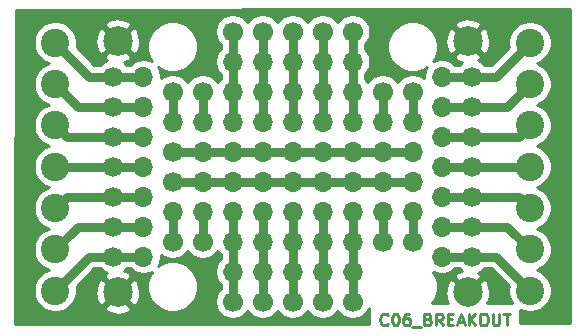
<source format=gbr>
G04 #@! TF.GenerationSoftware,KiCad,Pcbnew,5.1.5-52549c5~86~ubuntu18.04.1*
G04 #@! TF.CreationDate,2020-09-19T01:12:01-05:00*
G04 #@! TF.ProjectId,C06,4330362e-6b69-4636-9164-5f7063625858,rev?*
G04 #@! TF.SameCoordinates,Original*
G04 #@! TF.FileFunction,Copper,L1,Top*
G04 #@! TF.FilePolarity,Positive*
%FSLAX46Y46*%
G04 Gerber Fmt 4.6, Leading zero omitted, Abs format (unit mm)*
G04 Created by KiCad (PCBNEW 5.1.5-52549c5~86~ubuntu18.04.1) date 2020-09-19 01:12:01*
%MOMM*%
%LPD*%
G04 APERTURE LIST*
%ADD10C,0.250000*%
%ADD11C,2.499360*%
%ADD12O,1.700000X1.700000*%
%ADD13C,1.700000*%
%ADD14C,2.400000*%
%ADD15C,0.750000*%
%ADD16C,0.254000*%
G04 APERTURE END LIST*
D10*
X52166666Y-47321742D02*
X52119047Y-47369361D01*
X51976190Y-47416980D01*
X51880952Y-47416980D01*
X51738095Y-47369361D01*
X51642857Y-47274123D01*
X51595238Y-47178885D01*
X51547619Y-46988409D01*
X51547619Y-46845552D01*
X51595238Y-46655076D01*
X51642857Y-46559838D01*
X51738095Y-46464600D01*
X51880952Y-46416980D01*
X51976190Y-46416980D01*
X52119047Y-46464600D01*
X52166666Y-46512219D01*
X52785714Y-46416980D02*
X52880952Y-46416980D01*
X52976190Y-46464600D01*
X53023809Y-46512219D01*
X53071428Y-46607457D01*
X53119047Y-46797933D01*
X53119047Y-47036028D01*
X53071428Y-47226504D01*
X53023809Y-47321742D01*
X52976190Y-47369361D01*
X52880952Y-47416980D01*
X52785714Y-47416980D01*
X52690476Y-47369361D01*
X52642857Y-47321742D01*
X52595238Y-47226504D01*
X52547619Y-47036028D01*
X52547619Y-46797933D01*
X52595238Y-46607457D01*
X52642857Y-46512219D01*
X52690476Y-46464600D01*
X52785714Y-46416980D01*
X53976190Y-46416980D02*
X53785714Y-46416980D01*
X53690476Y-46464600D01*
X53642857Y-46512219D01*
X53547619Y-46655076D01*
X53500000Y-46845552D01*
X53500000Y-47226504D01*
X53547619Y-47321742D01*
X53595238Y-47369361D01*
X53690476Y-47416980D01*
X53880952Y-47416980D01*
X53976190Y-47369361D01*
X54023809Y-47321742D01*
X54071428Y-47226504D01*
X54071428Y-46988409D01*
X54023809Y-46893171D01*
X53976190Y-46845552D01*
X53880952Y-46797933D01*
X53690476Y-46797933D01*
X53595238Y-46845552D01*
X53547619Y-46893171D01*
X53500000Y-46988409D01*
X54261904Y-47512219D02*
X55023809Y-47512219D01*
X55595238Y-46893171D02*
X55738095Y-46940790D01*
X55785714Y-46988409D01*
X55833333Y-47083647D01*
X55833333Y-47226504D01*
X55785714Y-47321742D01*
X55738095Y-47369361D01*
X55642857Y-47416980D01*
X55261904Y-47416980D01*
X55261904Y-46416980D01*
X55595238Y-46416980D01*
X55690476Y-46464600D01*
X55738095Y-46512219D01*
X55785714Y-46607457D01*
X55785714Y-46702695D01*
X55738095Y-46797933D01*
X55690476Y-46845552D01*
X55595238Y-46893171D01*
X55261904Y-46893171D01*
X56833333Y-47416980D02*
X56500000Y-46940790D01*
X56261904Y-47416980D02*
X56261904Y-46416980D01*
X56642857Y-46416980D01*
X56738095Y-46464600D01*
X56785714Y-46512219D01*
X56833333Y-46607457D01*
X56833333Y-46750314D01*
X56785714Y-46845552D01*
X56738095Y-46893171D01*
X56642857Y-46940790D01*
X56261904Y-46940790D01*
X57261904Y-46893171D02*
X57595238Y-46893171D01*
X57738095Y-47416980D02*
X57261904Y-47416980D01*
X57261904Y-46416980D01*
X57738095Y-46416980D01*
X58119047Y-47131266D02*
X58595238Y-47131266D01*
X58023809Y-47416980D02*
X58357142Y-46416980D01*
X58690476Y-47416980D01*
X59023809Y-47416980D02*
X59023809Y-46416980D01*
X59595238Y-47416980D02*
X59166666Y-46845552D01*
X59595238Y-46416980D02*
X59023809Y-46988409D01*
X60214285Y-46416980D02*
X60404761Y-46416980D01*
X60500000Y-46464600D01*
X60595238Y-46559838D01*
X60642857Y-46750314D01*
X60642857Y-47083647D01*
X60595238Y-47274123D01*
X60500000Y-47369361D01*
X60404761Y-47416980D01*
X60214285Y-47416980D01*
X60119047Y-47369361D01*
X60023809Y-47274123D01*
X59976190Y-47083647D01*
X59976190Y-46750314D01*
X60023809Y-46559838D01*
X60119047Y-46464600D01*
X60214285Y-46416980D01*
X61071428Y-46416980D02*
X61071428Y-47226504D01*
X61119047Y-47321742D01*
X61166666Y-47369361D01*
X61261904Y-47416980D01*
X61452380Y-47416980D01*
X61547619Y-47369361D01*
X61595238Y-47321742D01*
X61642857Y-47226504D01*
X61642857Y-46416980D01*
X61976190Y-46416980D02*
X62547619Y-46416980D01*
X62261904Y-47416980D02*
X62261904Y-46416980D01*
D11*
X58948400Y-44622800D03*
X58948400Y-23317200D03*
X29311600Y-44622800D03*
X29311600Y-23317200D03*
D12*
X49210000Y-37780000D03*
X49210000Y-40320000D03*
X49210000Y-42860000D03*
D13*
X49210000Y-45400000D03*
D12*
X46670000Y-37780000D03*
X46670000Y-40320000D03*
X46670000Y-42860000D03*
D13*
X46670000Y-45400000D03*
D12*
X44130000Y-37780000D03*
X44130000Y-40320000D03*
X44130000Y-42860000D03*
D13*
X44130000Y-45400000D03*
D12*
X41590000Y-37780000D03*
X41590000Y-40320000D03*
X41590000Y-42860000D03*
D13*
X41590000Y-45400000D03*
D12*
X39050000Y-37780000D03*
X39050000Y-40320000D03*
X39050000Y-42860000D03*
D13*
X39050000Y-45400000D03*
D12*
X49210000Y-30160000D03*
X49210000Y-27620000D03*
X49210000Y-25080000D03*
D13*
X49210000Y-22540000D03*
D12*
X46670000Y-30160000D03*
X46670000Y-27620000D03*
X46670000Y-25080000D03*
D13*
X46670000Y-22540000D03*
D12*
X44130000Y-30160000D03*
X44130000Y-27620000D03*
X44130000Y-25080000D03*
D13*
X44130000Y-22540000D03*
D12*
X41590000Y-30160000D03*
X41590000Y-27620000D03*
X41590000Y-25080000D03*
D13*
X41590000Y-22540000D03*
D12*
X39050000Y-30160000D03*
X39050000Y-27620000D03*
X39050000Y-25080000D03*
D13*
X39050000Y-22540000D03*
D12*
X54290000Y-37780000D03*
D13*
X54290000Y-40320000D03*
D12*
X51750000Y-37780000D03*
D13*
X51750000Y-40320000D03*
D12*
X36510000Y-37780000D03*
D13*
X36510000Y-40320000D03*
D12*
X33970000Y-37780000D03*
D13*
X33970000Y-40320000D03*
D12*
X54290000Y-30160000D03*
D13*
X54290000Y-27620000D03*
D12*
X51750000Y-30160000D03*
D13*
X51750000Y-27620000D03*
D12*
X36510000Y-30160000D03*
D13*
X36510000Y-27620000D03*
D12*
X33970000Y-30160000D03*
D13*
X33970000Y-27620000D03*
D12*
X56764000Y-41590000D03*
D13*
X59304000Y-41590000D03*
D12*
X56764000Y-39050000D03*
D13*
X59304000Y-39050000D03*
D12*
X56764000Y-36510000D03*
D13*
X59304000Y-36510000D03*
D12*
X56764000Y-33970000D03*
D13*
X59304000Y-33970000D03*
D12*
X56764000Y-31430000D03*
D13*
X59304000Y-31430000D03*
D12*
X56764000Y-28890000D03*
D13*
X59304000Y-28890000D03*
D12*
X56764000Y-26350000D03*
D13*
X59304000Y-26350000D03*
D12*
X31496000Y-41590000D03*
D13*
X28956000Y-41590000D03*
D12*
X31496000Y-39050000D03*
D13*
X28956000Y-39050000D03*
D12*
X31496000Y-36510000D03*
D13*
X28956000Y-36510000D03*
D12*
X31496000Y-33970000D03*
D13*
X28956000Y-33970000D03*
D12*
X31496000Y-31430000D03*
D13*
X28956000Y-31430000D03*
D12*
X31496000Y-28890000D03*
D13*
X28956000Y-28890000D03*
D12*
X31496000Y-26350000D03*
D13*
X28956000Y-26350000D03*
D12*
X54290000Y-35240000D03*
X51750000Y-35240000D03*
X49210000Y-35240000D03*
X46670000Y-35240000D03*
X44130000Y-35240000D03*
X41590000Y-35240000D03*
X39050000Y-35240000D03*
X36510000Y-35240000D03*
D13*
X33970000Y-35240000D03*
D12*
X54290000Y-32700000D03*
X51750000Y-32700000D03*
X49210000Y-32700000D03*
X46670000Y-32700000D03*
X44130000Y-32700000D03*
X41590000Y-32700000D03*
X39050000Y-32700000D03*
X36510000Y-32700000D03*
D13*
X33970000Y-32700000D03*
D14*
X64226800Y-23470000D03*
X64226800Y-26970000D03*
X64226800Y-30470000D03*
X64226800Y-33970000D03*
X64226800Y-37470000D03*
X64226800Y-40970000D03*
X64226800Y-44470000D03*
X24033200Y-44470000D03*
X24033200Y-40970000D03*
X24033200Y-37470000D03*
X24033200Y-33970000D03*
X24033200Y-30470000D03*
X24033200Y-26970000D03*
X24033200Y-23470000D03*
D15*
X56764000Y-28890000D02*
X59304000Y-28890000D01*
X62306800Y-28890000D02*
X64226800Y-26970000D01*
X59304000Y-28890000D02*
X62306800Y-28890000D01*
X28956000Y-26350000D02*
X31496000Y-26350000D01*
X26913200Y-26350000D02*
X24033200Y-23470000D01*
X28956000Y-26350000D02*
X26913200Y-26350000D01*
X28956000Y-28890000D02*
X31496000Y-28890000D01*
X25953200Y-28890000D02*
X24033200Y-26970000D01*
X28956000Y-28890000D02*
X25953200Y-28890000D01*
X56764000Y-26350000D02*
X59304000Y-26350000D01*
X61346800Y-26350000D02*
X64226800Y-23470000D01*
X59304000Y-26350000D02*
X61346800Y-26350000D01*
X33970000Y-32700000D02*
X36510000Y-32700000D01*
X36510000Y-32700000D02*
X39050000Y-32700000D01*
X39050000Y-32700000D02*
X41590000Y-32700000D01*
X41590000Y-32700000D02*
X44130000Y-32700000D01*
X44130000Y-32700000D02*
X46670000Y-32700000D01*
X46670000Y-32700000D02*
X49210000Y-32700000D01*
X49210000Y-32700000D02*
X51750000Y-32700000D01*
X51750000Y-32700000D02*
X54290000Y-32700000D01*
X54290000Y-35240000D02*
X51750000Y-35240000D01*
X51750000Y-35240000D02*
X49210000Y-35240000D01*
X49210000Y-35240000D02*
X46670000Y-35240000D01*
X46670000Y-35240000D02*
X44130000Y-35240000D01*
X44130000Y-35240000D02*
X41590000Y-35240000D01*
X41590000Y-35240000D02*
X39050000Y-35240000D01*
X39050000Y-35240000D02*
X36510000Y-35240000D01*
X36510000Y-35240000D02*
X33970000Y-35240000D01*
X33970000Y-30160000D02*
X33970000Y-27620000D01*
X36510000Y-30160000D02*
X36510000Y-27620000D01*
X28956000Y-31430000D02*
X31496000Y-31430000D01*
X24993200Y-31430000D02*
X24033200Y-30470000D01*
X28956000Y-31430000D02*
X24993200Y-31430000D01*
X28956000Y-33970000D02*
X31496000Y-33970000D01*
X28956000Y-33970000D02*
X24033200Y-33970000D01*
X28956000Y-36510000D02*
X31496000Y-36510000D01*
X24993200Y-36510000D02*
X24033200Y-37470000D01*
X28956000Y-36510000D02*
X24993200Y-36510000D01*
X28956000Y-39050000D02*
X31496000Y-39050000D01*
X25953200Y-39050000D02*
X24033200Y-40970000D01*
X28956000Y-39050000D02*
X25953200Y-39050000D01*
X28956000Y-41590000D02*
X31496000Y-41590000D01*
X26913200Y-41590000D02*
X24033200Y-44470000D01*
X28956000Y-41590000D02*
X26913200Y-41590000D01*
X56764000Y-31430000D02*
X59304000Y-31430000D01*
X63266800Y-31430000D02*
X64226800Y-30470000D01*
X59304000Y-31430000D02*
X63266800Y-31430000D01*
X56764000Y-33970000D02*
X59304000Y-33970000D01*
X59304000Y-33970000D02*
X64226800Y-33970000D01*
X56764000Y-36510000D02*
X59304000Y-36510000D01*
X63266800Y-36510000D02*
X64226800Y-37470000D01*
X59304000Y-36510000D02*
X63266800Y-36510000D01*
X56764000Y-39050000D02*
X59304000Y-39050000D01*
X62306800Y-39050000D02*
X64226800Y-40970000D01*
X59304000Y-39050000D02*
X62306800Y-39050000D01*
X56764000Y-41590000D02*
X59304000Y-41590000D01*
X61346800Y-41590000D02*
X64226800Y-44470000D01*
X59304000Y-41590000D02*
X61346800Y-41590000D01*
X51750000Y-30160000D02*
X51750000Y-27620000D01*
X54290000Y-30160000D02*
X54290000Y-27620000D01*
X33970000Y-40320000D02*
X33970000Y-37780000D01*
X36510000Y-40320000D02*
X36510000Y-37780000D01*
X51750000Y-40320000D02*
X51750000Y-37780000D01*
X54290000Y-40320000D02*
X54290000Y-37780000D01*
X39050000Y-30160000D02*
X39050000Y-27620000D01*
X39050000Y-27620000D02*
X39050000Y-25080000D01*
X39050000Y-25080000D02*
X39050000Y-22540000D01*
X41590000Y-30160000D02*
X41590000Y-27620000D01*
X41590000Y-27620000D02*
X41590000Y-25080000D01*
X41590000Y-22540000D02*
X41590000Y-25080000D01*
X44130000Y-30160000D02*
X44130000Y-27620000D01*
X44130000Y-27620000D02*
X44130000Y-25080000D01*
X44130000Y-25080000D02*
X44130000Y-22540000D01*
X46670000Y-30160000D02*
X46670000Y-27620000D01*
X46670000Y-27620000D02*
X46670000Y-25080000D01*
X46670000Y-22540000D02*
X46670000Y-25080000D01*
X49210000Y-30160000D02*
X49210000Y-27620000D01*
X49210000Y-27620000D02*
X49210000Y-25080000D01*
X49210000Y-25080000D02*
X49210000Y-22540000D01*
X39050000Y-40320000D02*
X39050000Y-37780000D01*
X39050000Y-40320000D02*
X39050000Y-42860000D01*
X39050000Y-42860000D02*
X39050000Y-45400000D01*
X41590000Y-40320000D02*
X41590000Y-37780000D01*
X41590000Y-40320000D02*
X41590000Y-42860000D01*
X41590000Y-45400000D02*
X41590000Y-42860000D01*
X44130000Y-40320000D02*
X44130000Y-37780000D01*
X44130000Y-40320000D02*
X44130000Y-42860000D01*
X44130000Y-42860000D02*
X44130000Y-45400000D01*
X46670000Y-40320000D02*
X46670000Y-37780000D01*
X46670000Y-40320000D02*
X46670000Y-42860000D01*
X46670000Y-45400000D02*
X46670000Y-42860000D01*
X49210000Y-40320000D02*
X49210000Y-37780000D01*
X49210000Y-40320000D02*
X49210000Y-42860000D01*
X49210000Y-42860000D02*
X49210000Y-45400000D01*
D16*
G36*
X67600000Y-31728060D02*
G01*
X67600001Y-47244305D01*
X63402857Y-47253336D01*
X63402857Y-46114902D01*
X63691550Y-46234482D01*
X64046068Y-46305000D01*
X64407532Y-46305000D01*
X64762050Y-46234482D01*
X65095999Y-46096156D01*
X65396544Y-45895338D01*
X65652138Y-45639744D01*
X65852956Y-45339199D01*
X65991282Y-45005250D01*
X66061800Y-44650732D01*
X66061800Y-44289268D01*
X65991282Y-43934750D01*
X65852956Y-43600801D01*
X65652138Y-43300256D01*
X65396544Y-43044662D01*
X65095999Y-42843844D01*
X64797013Y-42720000D01*
X65095999Y-42596156D01*
X65396544Y-42395338D01*
X65652138Y-42139744D01*
X65852956Y-41839199D01*
X65991282Y-41505250D01*
X66061800Y-41150732D01*
X66061800Y-40789268D01*
X65991282Y-40434750D01*
X65852956Y-40100801D01*
X65652138Y-39800256D01*
X65396544Y-39544662D01*
X65095999Y-39343844D01*
X64797013Y-39220000D01*
X65095999Y-39096156D01*
X65396544Y-38895338D01*
X65652138Y-38639744D01*
X65852956Y-38339199D01*
X65991282Y-38005250D01*
X66061800Y-37650732D01*
X66061800Y-37289268D01*
X65991282Y-36934750D01*
X65852956Y-36600801D01*
X65652138Y-36300256D01*
X65396544Y-36044662D01*
X65095999Y-35843844D01*
X64797013Y-35720000D01*
X65095999Y-35596156D01*
X65396544Y-35395338D01*
X65652138Y-35139744D01*
X65852956Y-34839199D01*
X65991282Y-34505250D01*
X66061800Y-34150732D01*
X66061800Y-33789268D01*
X65991282Y-33434750D01*
X65852956Y-33100801D01*
X65652138Y-32800256D01*
X65396544Y-32544662D01*
X65095999Y-32343844D01*
X64797013Y-32220000D01*
X65095999Y-32096156D01*
X65396544Y-31895338D01*
X65652138Y-31639744D01*
X65852956Y-31339199D01*
X65991282Y-31005250D01*
X66061800Y-30650732D01*
X66061800Y-30289268D01*
X65991282Y-29934750D01*
X65852956Y-29600801D01*
X65652138Y-29300256D01*
X65396544Y-29044662D01*
X65095999Y-28843844D01*
X64797013Y-28720000D01*
X65095999Y-28596156D01*
X65396544Y-28395338D01*
X65652138Y-28139744D01*
X65852956Y-27839199D01*
X65991282Y-27505250D01*
X66061800Y-27150732D01*
X66061800Y-26789268D01*
X65991282Y-26434750D01*
X65852956Y-26100801D01*
X65652138Y-25800256D01*
X65396544Y-25544662D01*
X65095999Y-25343844D01*
X64797013Y-25220000D01*
X65095999Y-25096156D01*
X65396544Y-24895338D01*
X65652138Y-24639744D01*
X65852956Y-24339199D01*
X65991282Y-24005250D01*
X66061800Y-23650732D01*
X66061800Y-23289268D01*
X65991282Y-22934750D01*
X65852956Y-22600801D01*
X65652138Y-22300256D01*
X65396544Y-22044662D01*
X65095999Y-21843844D01*
X64762050Y-21705518D01*
X64407532Y-21635000D01*
X64046068Y-21635000D01*
X63691550Y-21705518D01*
X63357601Y-21843844D01*
X63057056Y-22044662D01*
X62801462Y-22300256D01*
X62600644Y-22600801D01*
X62462318Y-22934750D01*
X62391800Y-23289268D01*
X62391800Y-23650732D01*
X62429281Y-23839164D01*
X60928445Y-25340000D01*
X60394107Y-25340000D01*
X60250632Y-25196525D01*
X60007411Y-25034010D01*
X59858984Y-24972530D01*
X59956296Y-24920515D01*
X60082171Y-24630577D01*
X58948400Y-23496805D01*
X57814629Y-24630577D01*
X57940504Y-24920515D01*
X58272662Y-25086339D01*
X58449835Y-25134741D01*
X58357368Y-25196525D01*
X58213893Y-25340000D01*
X57854107Y-25340000D01*
X57710632Y-25196525D01*
X57467411Y-25034010D01*
X57197158Y-24922068D01*
X56910260Y-24865000D01*
X56617740Y-24865000D01*
X56330842Y-24922068D01*
X56060589Y-25034010D01*
X56023186Y-25059002D01*
X56182012Y-24821302D01*
X56342953Y-24432756D01*
X56425000Y-24020279D01*
X56425000Y-23599721D01*
X56379290Y-23369919D01*
X57055335Y-23369919D01*
X57101995Y-23738225D01*
X57219611Y-24090351D01*
X57345085Y-24325096D01*
X57635023Y-24450971D01*
X58768795Y-23317200D01*
X59128005Y-23317200D01*
X60261777Y-24450971D01*
X60551715Y-24325096D01*
X60717539Y-23992938D01*
X60815375Y-23634813D01*
X60841465Y-23264481D01*
X60794805Y-22896175D01*
X60677189Y-22544049D01*
X60551715Y-22309304D01*
X60261777Y-22183429D01*
X59128005Y-23317200D01*
X58768795Y-23317200D01*
X57635023Y-22183429D01*
X57345085Y-22309304D01*
X57179261Y-22641462D01*
X57081425Y-22999587D01*
X57055335Y-23369919D01*
X56379290Y-23369919D01*
X56342953Y-23187244D01*
X56182012Y-22798698D01*
X55948363Y-22449017D01*
X55650983Y-22151637D01*
X55429764Y-22003823D01*
X57814629Y-22003823D01*
X58948400Y-23137595D01*
X60082171Y-22003823D01*
X59956296Y-21713885D01*
X59624138Y-21548061D01*
X59266013Y-21450225D01*
X58895681Y-21424135D01*
X58527375Y-21470795D01*
X58175249Y-21588411D01*
X57940504Y-21713885D01*
X57814629Y-22003823D01*
X55429764Y-22003823D01*
X55301302Y-21917988D01*
X54912756Y-21757047D01*
X54500279Y-21675000D01*
X54079721Y-21675000D01*
X53667244Y-21757047D01*
X53278698Y-21917988D01*
X52929017Y-22151637D01*
X52631637Y-22449017D01*
X52397988Y-22798698D01*
X52237047Y-23187244D01*
X52155000Y-23599721D01*
X52155000Y-24020279D01*
X52237047Y-24432756D01*
X52397988Y-24821302D01*
X52631637Y-25170983D01*
X52929017Y-25468363D01*
X53278698Y-25702012D01*
X53667244Y-25862953D01*
X54079721Y-25945000D01*
X54500279Y-25945000D01*
X54912756Y-25862953D01*
X55301302Y-25702012D01*
X55499437Y-25569622D01*
X55448010Y-25646589D01*
X55336068Y-25916842D01*
X55279000Y-26203740D01*
X55279000Y-26496260D01*
X55282137Y-26512030D01*
X55236632Y-26466525D01*
X54993411Y-26304010D01*
X54723158Y-26192068D01*
X54436260Y-26135000D01*
X54143740Y-26135000D01*
X53856842Y-26192068D01*
X53586589Y-26304010D01*
X53343368Y-26466525D01*
X53136525Y-26673368D01*
X53020000Y-26847760D01*
X52903475Y-26673368D01*
X52696632Y-26466525D01*
X52453411Y-26304010D01*
X52183158Y-26192068D01*
X51896260Y-26135000D01*
X51603740Y-26135000D01*
X51316842Y-26192068D01*
X51046589Y-26304010D01*
X50803368Y-26466525D01*
X50596525Y-26673368D01*
X50480000Y-26847760D01*
X50363475Y-26673368D01*
X50220000Y-26529893D01*
X50220000Y-26170107D01*
X50363475Y-26026632D01*
X50525990Y-25783411D01*
X50637932Y-25513158D01*
X50695000Y-25226260D01*
X50695000Y-24933740D01*
X50637932Y-24646842D01*
X50525990Y-24376589D01*
X50363475Y-24133368D01*
X50220000Y-23989893D01*
X50220000Y-23630107D01*
X50363475Y-23486632D01*
X50525990Y-23243411D01*
X50637932Y-22973158D01*
X50695000Y-22686260D01*
X50695000Y-22393740D01*
X50637932Y-22106842D01*
X50525990Y-21836589D01*
X50363475Y-21593368D01*
X50156632Y-21386525D01*
X49913411Y-21224010D01*
X49643158Y-21112068D01*
X49356260Y-21055000D01*
X49063740Y-21055000D01*
X48776842Y-21112068D01*
X48506589Y-21224010D01*
X48263368Y-21386525D01*
X48056525Y-21593368D01*
X47940000Y-21767760D01*
X47823475Y-21593368D01*
X47616632Y-21386525D01*
X47373411Y-21224010D01*
X47103158Y-21112068D01*
X46816260Y-21055000D01*
X46523740Y-21055000D01*
X46236842Y-21112068D01*
X45966589Y-21224010D01*
X45723368Y-21386525D01*
X45516525Y-21593368D01*
X45400000Y-21767760D01*
X45283475Y-21593368D01*
X45076632Y-21386525D01*
X44833411Y-21224010D01*
X44563158Y-21112068D01*
X44276260Y-21055000D01*
X43983740Y-21055000D01*
X43696842Y-21112068D01*
X43426589Y-21224010D01*
X43183368Y-21386525D01*
X42976525Y-21593368D01*
X42860000Y-21767760D01*
X42743475Y-21593368D01*
X42536632Y-21386525D01*
X42293411Y-21224010D01*
X42023158Y-21112068D01*
X41736260Y-21055000D01*
X41443740Y-21055000D01*
X41156842Y-21112068D01*
X40886589Y-21224010D01*
X40643368Y-21386525D01*
X40436525Y-21593368D01*
X40320000Y-21767760D01*
X40203475Y-21593368D01*
X39996632Y-21386525D01*
X39753411Y-21224010D01*
X39483158Y-21112068D01*
X39196260Y-21055000D01*
X38903740Y-21055000D01*
X38616842Y-21112068D01*
X38346589Y-21224010D01*
X38103368Y-21386525D01*
X37896525Y-21593368D01*
X37734010Y-21836589D01*
X37622068Y-22106842D01*
X37565000Y-22393740D01*
X37565000Y-22686260D01*
X37622068Y-22973158D01*
X37734010Y-23243411D01*
X37896525Y-23486632D01*
X38040001Y-23630108D01*
X38040000Y-23989893D01*
X37896525Y-24133368D01*
X37734010Y-24376589D01*
X37622068Y-24646842D01*
X37565000Y-24933740D01*
X37565000Y-25226260D01*
X37622068Y-25513158D01*
X37734010Y-25783411D01*
X37896525Y-26026632D01*
X38040001Y-26170108D01*
X38040000Y-26529893D01*
X37896525Y-26673368D01*
X37780000Y-26847760D01*
X37663475Y-26673368D01*
X37456632Y-26466525D01*
X37213411Y-26304010D01*
X36943158Y-26192068D01*
X36656260Y-26135000D01*
X36363740Y-26135000D01*
X36076842Y-26192068D01*
X35806589Y-26304010D01*
X35563368Y-26466525D01*
X35356525Y-26673368D01*
X35240000Y-26847760D01*
X35123475Y-26673368D01*
X34916632Y-26466525D01*
X34673411Y-26304010D01*
X34403158Y-26192068D01*
X34116260Y-26135000D01*
X33823740Y-26135000D01*
X33536842Y-26192068D01*
X33266589Y-26304010D01*
X33023368Y-26466525D01*
X32977863Y-26512030D01*
X32981000Y-26496260D01*
X32981000Y-26203740D01*
X32923932Y-25916842D01*
X32811990Y-25646589D01*
X32760563Y-25569622D01*
X32958698Y-25702012D01*
X33347244Y-25862953D01*
X33759721Y-25945000D01*
X34180279Y-25945000D01*
X34592756Y-25862953D01*
X34981302Y-25702012D01*
X35330983Y-25468363D01*
X35628363Y-25170983D01*
X35862012Y-24821302D01*
X36022953Y-24432756D01*
X36105000Y-24020279D01*
X36105000Y-23599721D01*
X36022953Y-23187244D01*
X35862012Y-22798698D01*
X35628363Y-22449017D01*
X35330983Y-22151637D01*
X34981302Y-21917988D01*
X34592756Y-21757047D01*
X34180279Y-21675000D01*
X33759721Y-21675000D01*
X33347244Y-21757047D01*
X32958698Y-21917988D01*
X32609017Y-22151637D01*
X32311637Y-22449017D01*
X32077988Y-22798698D01*
X31917047Y-23187244D01*
X31835000Y-23599721D01*
X31835000Y-24020279D01*
X31917047Y-24432756D01*
X32077988Y-24821302D01*
X32236814Y-25059002D01*
X32199411Y-25034010D01*
X31929158Y-24922068D01*
X31642260Y-24865000D01*
X31349740Y-24865000D01*
X31062842Y-24922068D01*
X30792589Y-25034010D01*
X30549368Y-25196525D01*
X30405893Y-25340000D01*
X30046107Y-25340000D01*
X29902632Y-25196525D01*
X29813123Y-25136717D01*
X30084751Y-25045989D01*
X30319496Y-24920515D01*
X30445371Y-24630577D01*
X29311600Y-23496805D01*
X28177829Y-24630577D01*
X28303704Y-24920515D01*
X28404775Y-24970973D01*
X28252589Y-25034010D01*
X28009368Y-25196525D01*
X27865893Y-25340000D01*
X27331555Y-25340000D01*
X25830719Y-23839164D01*
X25868200Y-23650732D01*
X25868200Y-23369919D01*
X27418535Y-23369919D01*
X27465195Y-23738225D01*
X27582811Y-24090351D01*
X27708285Y-24325096D01*
X27998223Y-24450971D01*
X29131995Y-23317200D01*
X29491205Y-23317200D01*
X30624977Y-24450971D01*
X30914915Y-24325096D01*
X31080739Y-23992938D01*
X31178575Y-23634813D01*
X31204665Y-23264481D01*
X31158005Y-22896175D01*
X31040389Y-22544049D01*
X30914915Y-22309304D01*
X30624977Y-22183429D01*
X29491205Y-23317200D01*
X29131995Y-23317200D01*
X27998223Y-22183429D01*
X27708285Y-22309304D01*
X27542461Y-22641462D01*
X27444625Y-22999587D01*
X27418535Y-23369919D01*
X25868200Y-23369919D01*
X25868200Y-23289268D01*
X25797682Y-22934750D01*
X25659356Y-22600801D01*
X25458538Y-22300256D01*
X25202944Y-22044662D01*
X25141825Y-22003823D01*
X28177829Y-22003823D01*
X29311600Y-23137595D01*
X30445371Y-22003823D01*
X30319496Y-21713885D01*
X29987338Y-21548061D01*
X29629213Y-21450225D01*
X29258881Y-21424135D01*
X28890575Y-21470795D01*
X28538449Y-21588411D01*
X28303704Y-21713885D01*
X28177829Y-22003823D01*
X25141825Y-22003823D01*
X24902399Y-21843844D01*
X24568450Y-21705518D01*
X24213932Y-21635000D01*
X23852468Y-21635000D01*
X23497950Y-21705518D01*
X23164001Y-21843844D01*
X22863456Y-22044662D01*
X22607862Y-22300256D01*
X22407044Y-22600801D01*
X22268718Y-22934750D01*
X22198200Y-23289268D01*
X22198200Y-23650732D01*
X22268718Y-24005250D01*
X22407044Y-24339199D01*
X22607862Y-24639744D01*
X22863456Y-24895338D01*
X23164001Y-25096156D01*
X23462987Y-25220000D01*
X23164001Y-25343844D01*
X22863456Y-25544662D01*
X22607862Y-25800256D01*
X22407044Y-26100801D01*
X22268718Y-26434750D01*
X22198200Y-26789268D01*
X22198200Y-27150732D01*
X22268718Y-27505250D01*
X22407044Y-27839199D01*
X22607862Y-28139744D01*
X22863456Y-28395338D01*
X23164001Y-28596156D01*
X23462987Y-28720000D01*
X23164001Y-28843844D01*
X22863456Y-29044662D01*
X22607862Y-29300256D01*
X22407044Y-29600801D01*
X22268718Y-29934750D01*
X22198200Y-30289268D01*
X22198200Y-30650732D01*
X22268718Y-31005250D01*
X22407044Y-31339199D01*
X22607862Y-31639744D01*
X22863456Y-31895338D01*
X23164001Y-32096156D01*
X23462987Y-32220000D01*
X23164001Y-32343844D01*
X22863456Y-32544662D01*
X22607862Y-32800256D01*
X22407044Y-33100801D01*
X22268718Y-33434750D01*
X22198200Y-33789268D01*
X22198200Y-34150732D01*
X22268718Y-34505250D01*
X22407044Y-34839199D01*
X22607862Y-35139744D01*
X22863456Y-35395338D01*
X23164001Y-35596156D01*
X23462987Y-35720000D01*
X23164001Y-35843844D01*
X22863456Y-36044662D01*
X22607862Y-36300256D01*
X22407044Y-36600801D01*
X22268718Y-36934750D01*
X22198200Y-37289268D01*
X22198200Y-37650732D01*
X22268718Y-38005250D01*
X22407044Y-38339199D01*
X22607862Y-38639744D01*
X22863456Y-38895338D01*
X23164001Y-39096156D01*
X23462987Y-39220000D01*
X23164001Y-39343844D01*
X22863456Y-39544662D01*
X22607862Y-39800256D01*
X22407044Y-40100801D01*
X22268718Y-40434750D01*
X22198200Y-40789268D01*
X22198200Y-41150732D01*
X22268718Y-41505250D01*
X22407044Y-41839199D01*
X22607862Y-42139744D01*
X22863456Y-42395338D01*
X23164001Y-42596156D01*
X23462987Y-42720000D01*
X23164001Y-42843844D01*
X22863456Y-43044662D01*
X22607862Y-43300256D01*
X22407044Y-43600801D01*
X22268718Y-43934750D01*
X22198200Y-44289268D01*
X22198200Y-44650732D01*
X22268718Y-45005250D01*
X22407044Y-45339199D01*
X22607862Y-45639744D01*
X22863456Y-45895338D01*
X23164001Y-46096156D01*
X23497950Y-46234482D01*
X23852468Y-46305000D01*
X24213932Y-46305000D01*
X24568450Y-46234482D01*
X24902399Y-46096156D01*
X25141824Y-45936177D01*
X28177829Y-45936177D01*
X28303704Y-46226115D01*
X28635862Y-46391939D01*
X28993987Y-46489775D01*
X29364319Y-46515865D01*
X29732625Y-46469205D01*
X30084751Y-46351589D01*
X30319496Y-46226115D01*
X30445371Y-45936177D01*
X29311600Y-44802405D01*
X28177829Y-45936177D01*
X25141824Y-45936177D01*
X25202944Y-45895338D01*
X25458538Y-45639744D01*
X25659356Y-45339199D01*
X25797682Y-45005250D01*
X25863269Y-44675519D01*
X27418535Y-44675519D01*
X27465195Y-45043825D01*
X27582811Y-45395951D01*
X27708285Y-45630696D01*
X27998223Y-45756571D01*
X29131995Y-44622800D01*
X29491205Y-44622800D01*
X30624977Y-45756571D01*
X30914915Y-45630696D01*
X31080739Y-45298538D01*
X31178575Y-44940413D01*
X31204665Y-44570081D01*
X31158005Y-44201775D01*
X31040389Y-43849649D01*
X30914915Y-43614904D01*
X30624977Y-43489029D01*
X29491205Y-44622800D01*
X29131995Y-44622800D01*
X27998223Y-43489029D01*
X27708285Y-43614904D01*
X27542461Y-43947062D01*
X27444625Y-44305187D01*
X27418535Y-44675519D01*
X25863269Y-44675519D01*
X25868200Y-44650732D01*
X25868200Y-44289268D01*
X25830719Y-44100836D01*
X27331555Y-42600000D01*
X27865893Y-42600000D01*
X28009368Y-42743475D01*
X28252589Y-42905990D01*
X28401016Y-42967470D01*
X28303704Y-43019485D01*
X28177829Y-43309423D01*
X29311600Y-44443195D01*
X30445371Y-43309423D01*
X30319496Y-43019485D01*
X29987338Y-42853661D01*
X29810165Y-42805259D01*
X29902632Y-42743475D01*
X30046107Y-42600000D01*
X30405893Y-42600000D01*
X30549368Y-42743475D01*
X30792589Y-42905990D01*
X31062842Y-43017932D01*
X31349740Y-43075000D01*
X31642260Y-43075000D01*
X31929158Y-43017932D01*
X32199411Y-42905990D01*
X32236814Y-42880998D01*
X32077988Y-43118698D01*
X31917047Y-43507244D01*
X31835000Y-43919721D01*
X31835000Y-44340279D01*
X31917047Y-44752756D01*
X32077988Y-45141302D01*
X32311637Y-45490983D01*
X32609017Y-45788363D01*
X32958698Y-46022012D01*
X33347244Y-46182953D01*
X33759721Y-46265000D01*
X34180279Y-46265000D01*
X34592756Y-46182953D01*
X34981302Y-46022012D01*
X35330983Y-45788363D01*
X35628363Y-45490983D01*
X35862012Y-45141302D01*
X36022953Y-44752756D01*
X36105000Y-44340279D01*
X36105000Y-43919721D01*
X36022953Y-43507244D01*
X35862012Y-43118698D01*
X35628363Y-42769017D01*
X35330983Y-42471637D01*
X34981302Y-42237988D01*
X34592756Y-42077047D01*
X34180279Y-41995000D01*
X33759721Y-41995000D01*
X33347244Y-42077047D01*
X32958698Y-42237988D01*
X32760563Y-42370378D01*
X32811990Y-42293411D01*
X32923932Y-42023158D01*
X32981000Y-41736260D01*
X32981000Y-41443740D01*
X32977863Y-41427970D01*
X33023368Y-41473475D01*
X33266589Y-41635990D01*
X33536842Y-41747932D01*
X33823740Y-41805000D01*
X34116260Y-41805000D01*
X34403158Y-41747932D01*
X34673411Y-41635990D01*
X34916632Y-41473475D01*
X35123475Y-41266632D01*
X35240000Y-41092240D01*
X35356525Y-41266632D01*
X35563368Y-41473475D01*
X35806589Y-41635990D01*
X36076842Y-41747932D01*
X36363740Y-41805000D01*
X36656260Y-41805000D01*
X36943158Y-41747932D01*
X37213411Y-41635990D01*
X37456632Y-41473475D01*
X37663475Y-41266632D01*
X37780000Y-41092240D01*
X37896525Y-41266632D01*
X38040000Y-41410107D01*
X38040001Y-41769892D01*
X37896525Y-41913368D01*
X37734010Y-42156589D01*
X37622068Y-42426842D01*
X37565000Y-42713740D01*
X37565000Y-43006260D01*
X37622068Y-43293158D01*
X37734010Y-43563411D01*
X37896525Y-43806632D01*
X38040000Y-43950107D01*
X38040001Y-44309892D01*
X37896525Y-44453368D01*
X37734010Y-44696589D01*
X37622068Y-44966842D01*
X37565000Y-45253740D01*
X37565000Y-45546260D01*
X37622068Y-45833158D01*
X37734010Y-46103411D01*
X37896525Y-46346632D01*
X38103368Y-46553475D01*
X38346589Y-46715990D01*
X38616842Y-46827932D01*
X38903740Y-46885000D01*
X39196260Y-46885000D01*
X39483158Y-46827932D01*
X39753411Y-46715990D01*
X39996632Y-46553475D01*
X40203475Y-46346632D01*
X40320000Y-46172240D01*
X40436525Y-46346632D01*
X40643368Y-46553475D01*
X40886589Y-46715990D01*
X41156842Y-46827932D01*
X41443740Y-46885000D01*
X41736260Y-46885000D01*
X42023158Y-46827932D01*
X42293411Y-46715990D01*
X42536632Y-46553475D01*
X42743475Y-46346632D01*
X42860000Y-46172240D01*
X42976525Y-46346632D01*
X43183368Y-46553475D01*
X43426589Y-46715990D01*
X43696842Y-46827932D01*
X43983740Y-46885000D01*
X44276260Y-46885000D01*
X44563158Y-46827932D01*
X44833411Y-46715990D01*
X45076632Y-46553475D01*
X45283475Y-46346632D01*
X45400000Y-46172240D01*
X45516525Y-46346632D01*
X45723368Y-46553475D01*
X45966589Y-46715990D01*
X46236842Y-46827932D01*
X46523740Y-46885000D01*
X46816260Y-46885000D01*
X47103158Y-46827932D01*
X47373411Y-46715990D01*
X47616632Y-46553475D01*
X47823475Y-46346632D01*
X47940000Y-46172240D01*
X48056525Y-46346632D01*
X48263368Y-46553475D01*
X48506589Y-46715990D01*
X48776842Y-46827932D01*
X49063740Y-46885000D01*
X49356260Y-46885000D01*
X49643158Y-46827932D01*
X49913411Y-46715990D01*
X50156632Y-46553475D01*
X50363475Y-46346632D01*
X50525990Y-46103411D01*
X50597143Y-45931632D01*
X50597143Y-47280000D01*
X20660000Y-47280000D01*
X20660000Y-42283831D01*
X20700761Y-20700864D01*
X58622313Y-20660000D01*
X67589529Y-20660000D01*
X67600000Y-31728060D01*
G37*
X67600000Y-31728060D02*
X67600001Y-47244305D01*
X63402857Y-47253336D01*
X63402857Y-46114902D01*
X63691550Y-46234482D01*
X64046068Y-46305000D01*
X64407532Y-46305000D01*
X64762050Y-46234482D01*
X65095999Y-46096156D01*
X65396544Y-45895338D01*
X65652138Y-45639744D01*
X65852956Y-45339199D01*
X65991282Y-45005250D01*
X66061800Y-44650732D01*
X66061800Y-44289268D01*
X65991282Y-43934750D01*
X65852956Y-43600801D01*
X65652138Y-43300256D01*
X65396544Y-43044662D01*
X65095999Y-42843844D01*
X64797013Y-42720000D01*
X65095999Y-42596156D01*
X65396544Y-42395338D01*
X65652138Y-42139744D01*
X65852956Y-41839199D01*
X65991282Y-41505250D01*
X66061800Y-41150732D01*
X66061800Y-40789268D01*
X65991282Y-40434750D01*
X65852956Y-40100801D01*
X65652138Y-39800256D01*
X65396544Y-39544662D01*
X65095999Y-39343844D01*
X64797013Y-39220000D01*
X65095999Y-39096156D01*
X65396544Y-38895338D01*
X65652138Y-38639744D01*
X65852956Y-38339199D01*
X65991282Y-38005250D01*
X66061800Y-37650732D01*
X66061800Y-37289268D01*
X65991282Y-36934750D01*
X65852956Y-36600801D01*
X65652138Y-36300256D01*
X65396544Y-36044662D01*
X65095999Y-35843844D01*
X64797013Y-35720000D01*
X65095999Y-35596156D01*
X65396544Y-35395338D01*
X65652138Y-35139744D01*
X65852956Y-34839199D01*
X65991282Y-34505250D01*
X66061800Y-34150732D01*
X66061800Y-33789268D01*
X65991282Y-33434750D01*
X65852956Y-33100801D01*
X65652138Y-32800256D01*
X65396544Y-32544662D01*
X65095999Y-32343844D01*
X64797013Y-32220000D01*
X65095999Y-32096156D01*
X65396544Y-31895338D01*
X65652138Y-31639744D01*
X65852956Y-31339199D01*
X65991282Y-31005250D01*
X66061800Y-30650732D01*
X66061800Y-30289268D01*
X65991282Y-29934750D01*
X65852956Y-29600801D01*
X65652138Y-29300256D01*
X65396544Y-29044662D01*
X65095999Y-28843844D01*
X64797013Y-28720000D01*
X65095999Y-28596156D01*
X65396544Y-28395338D01*
X65652138Y-28139744D01*
X65852956Y-27839199D01*
X65991282Y-27505250D01*
X66061800Y-27150732D01*
X66061800Y-26789268D01*
X65991282Y-26434750D01*
X65852956Y-26100801D01*
X65652138Y-25800256D01*
X65396544Y-25544662D01*
X65095999Y-25343844D01*
X64797013Y-25220000D01*
X65095999Y-25096156D01*
X65396544Y-24895338D01*
X65652138Y-24639744D01*
X65852956Y-24339199D01*
X65991282Y-24005250D01*
X66061800Y-23650732D01*
X66061800Y-23289268D01*
X65991282Y-22934750D01*
X65852956Y-22600801D01*
X65652138Y-22300256D01*
X65396544Y-22044662D01*
X65095999Y-21843844D01*
X64762050Y-21705518D01*
X64407532Y-21635000D01*
X64046068Y-21635000D01*
X63691550Y-21705518D01*
X63357601Y-21843844D01*
X63057056Y-22044662D01*
X62801462Y-22300256D01*
X62600644Y-22600801D01*
X62462318Y-22934750D01*
X62391800Y-23289268D01*
X62391800Y-23650732D01*
X62429281Y-23839164D01*
X60928445Y-25340000D01*
X60394107Y-25340000D01*
X60250632Y-25196525D01*
X60007411Y-25034010D01*
X59858984Y-24972530D01*
X59956296Y-24920515D01*
X60082171Y-24630577D01*
X58948400Y-23496805D01*
X57814629Y-24630577D01*
X57940504Y-24920515D01*
X58272662Y-25086339D01*
X58449835Y-25134741D01*
X58357368Y-25196525D01*
X58213893Y-25340000D01*
X57854107Y-25340000D01*
X57710632Y-25196525D01*
X57467411Y-25034010D01*
X57197158Y-24922068D01*
X56910260Y-24865000D01*
X56617740Y-24865000D01*
X56330842Y-24922068D01*
X56060589Y-25034010D01*
X56023186Y-25059002D01*
X56182012Y-24821302D01*
X56342953Y-24432756D01*
X56425000Y-24020279D01*
X56425000Y-23599721D01*
X56379290Y-23369919D01*
X57055335Y-23369919D01*
X57101995Y-23738225D01*
X57219611Y-24090351D01*
X57345085Y-24325096D01*
X57635023Y-24450971D01*
X58768795Y-23317200D01*
X59128005Y-23317200D01*
X60261777Y-24450971D01*
X60551715Y-24325096D01*
X60717539Y-23992938D01*
X60815375Y-23634813D01*
X60841465Y-23264481D01*
X60794805Y-22896175D01*
X60677189Y-22544049D01*
X60551715Y-22309304D01*
X60261777Y-22183429D01*
X59128005Y-23317200D01*
X58768795Y-23317200D01*
X57635023Y-22183429D01*
X57345085Y-22309304D01*
X57179261Y-22641462D01*
X57081425Y-22999587D01*
X57055335Y-23369919D01*
X56379290Y-23369919D01*
X56342953Y-23187244D01*
X56182012Y-22798698D01*
X55948363Y-22449017D01*
X55650983Y-22151637D01*
X55429764Y-22003823D01*
X57814629Y-22003823D01*
X58948400Y-23137595D01*
X60082171Y-22003823D01*
X59956296Y-21713885D01*
X59624138Y-21548061D01*
X59266013Y-21450225D01*
X58895681Y-21424135D01*
X58527375Y-21470795D01*
X58175249Y-21588411D01*
X57940504Y-21713885D01*
X57814629Y-22003823D01*
X55429764Y-22003823D01*
X55301302Y-21917988D01*
X54912756Y-21757047D01*
X54500279Y-21675000D01*
X54079721Y-21675000D01*
X53667244Y-21757047D01*
X53278698Y-21917988D01*
X52929017Y-22151637D01*
X52631637Y-22449017D01*
X52397988Y-22798698D01*
X52237047Y-23187244D01*
X52155000Y-23599721D01*
X52155000Y-24020279D01*
X52237047Y-24432756D01*
X52397988Y-24821302D01*
X52631637Y-25170983D01*
X52929017Y-25468363D01*
X53278698Y-25702012D01*
X53667244Y-25862953D01*
X54079721Y-25945000D01*
X54500279Y-25945000D01*
X54912756Y-25862953D01*
X55301302Y-25702012D01*
X55499437Y-25569622D01*
X55448010Y-25646589D01*
X55336068Y-25916842D01*
X55279000Y-26203740D01*
X55279000Y-26496260D01*
X55282137Y-26512030D01*
X55236632Y-26466525D01*
X54993411Y-26304010D01*
X54723158Y-26192068D01*
X54436260Y-26135000D01*
X54143740Y-26135000D01*
X53856842Y-26192068D01*
X53586589Y-26304010D01*
X53343368Y-26466525D01*
X53136525Y-26673368D01*
X53020000Y-26847760D01*
X52903475Y-26673368D01*
X52696632Y-26466525D01*
X52453411Y-26304010D01*
X52183158Y-26192068D01*
X51896260Y-26135000D01*
X51603740Y-26135000D01*
X51316842Y-26192068D01*
X51046589Y-26304010D01*
X50803368Y-26466525D01*
X50596525Y-26673368D01*
X50480000Y-26847760D01*
X50363475Y-26673368D01*
X50220000Y-26529893D01*
X50220000Y-26170107D01*
X50363475Y-26026632D01*
X50525990Y-25783411D01*
X50637932Y-25513158D01*
X50695000Y-25226260D01*
X50695000Y-24933740D01*
X50637932Y-24646842D01*
X50525990Y-24376589D01*
X50363475Y-24133368D01*
X50220000Y-23989893D01*
X50220000Y-23630107D01*
X50363475Y-23486632D01*
X50525990Y-23243411D01*
X50637932Y-22973158D01*
X50695000Y-22686260D01*
X50695000Y-22393740D01*
X50637932Y-22106842D01*
X50525990Y-21836589D01*
X50363475Y-21593368D01*
X50156632Y-21386525D01*
X49913411Y-21224010D01*
X49643158Y-21112068D01*
X49356260Y-21055000D01*
X49063740Y-21055000D01*
X48776842Y-21112068D01*
X48506589Y-21224010D01*
X48263368Y-21386525D01*
X48056525Y-21593368D01*
X47940000Y-21767760D01*
X47823475Y-21593368D01*
X47616632Y-21386525D01*
X47373411Y-21224010D01*
X47103158Y-21112068D01*
X46816260Y-21055000D01*
X46523740Y-21055000D01*
X46236842Y-21112068D01*
X45966589Y-21224010D01*
X45723368Y-21386525D01*
X45516525Y-21593368D01*
X45400000Y-21767760D01*
X45283475Y-21593368D01*
X45076632Y-21386525D01*
X44833411Y-21224010D01*
X44563158Y-21112068D01*
X44276260Y-21055000D01*
X43983740Y-21055000D01*
X43696842Y-21112068D01*
X43426589Y-21224010D01*
X43183368Y-21386525D01*
X42976525Y-21593368D01*
X42860000Y-21767760D01*
X42743475Y-21593368D01*
X42536632Y-21386525D01*
X42293411Y-21224010D01*
X42023158Y-21112068D01*
X41736260Y-21055000D01*
X41443740Y-21055000D01*
X41156842Y-21112068D01*
X40886589Y-21224010D01*
X40643368Y-21386525D01*
X40436525Y-21593368D01*
X40320000Y-21767760D01*
X40203475Y-21593368D01*
X39996632Y-21386525D01*
X39753411Y-21224010D01*
X39483158Y-21112068D01*
X39196260Y-21055000D01*
X38903740Y-21055000D01*
X38616842Y-21112068D01*
X38346589Y-21224010D01*
X38103368Y-21386525D01*
X37896525Y-21593368D01*
X37734010Y-21836589D01*
X37622068Y-22106842D01*
X37565000Y-22393740D01*
X37565000Y-22686260D01*
X37622068Y-22973158D01*
X37734010Y-23243411D01*
X37896525Y-23486632D01*
X38040001Y-23630108D01*
X38040000Y-23989893D01*
X37896525Y-24133368D01*
X37734010Y-24376589D01*
X37622068Y-24646842D01*
X37565000Y-24933740D01*
X37565000Y-25226260D01*
X37622068Y-25513158D01*
X37734010Y-25783411D01*
X37896525Y-26026632D01*
X38040001Y-26170108D01*
X38040000Y-26529893D01*
X37896525Y-26673368D01*
X37780000Y-26847760D01*
X37663475Y-26673368D01*
X37456632Y-26466525D01*
X37213411Y-26304010D01*
X36943158Y-26192068D01*
X36656260Y-26135000D01*
X36363740Y-26135000D01*
X36076842Y-26192068D01*
X35806589Y-26304010D01*
X35563368Y-26466525D01*
X35356525Y-26673368D01*
X35240000Y-26847760D01*
X35123475Y-26673368D01*
X34916632Y-26466525D01*
X34673411Y-26304010D01*
X34403158Y-26192068D01*
X34116260Y-26135000D01*
X33823740Y-26135000D01*
X33536842Y-26192068D01*
X33266589Y-26304010D01*
X33023368Y-26466525D01*
X32977863Y-26512030D01*
X32981000Y-26496260D01*
X32981000Y-26203740D01*
X32923932Y-25916842D01*
X32811990Y-25646589D01*
X32760563Y-25569622D01*
X32958698Y-25702012D01*
X33347244Y-25862953D01*
X33759721Y-25945000D01*
X34180279Y-25945000D01*
X34592756Y-25862953D01*
X34981302Y-25702012D01*
X35330983Y-25468363D01*
X35628363Y-25170983D01*
X35862012Y-24821302D01*
X36022953Y-24432756D01*
X36105000Y-24020279D01*
X36105000Y-23599721D01*
X36022953Y-23187244D01*
X35862012Y-22798698D01*
X35628363Y-22449017D01*
X35330983Y-22151637D01*
X34981302Y-21917988D01*
X34592756Y-21757047D01*
X34180279Y-21675000D01*
X33759721Y-21675000D01*
X33347244Y-21757047D01*
X32958698Y-21917988D01*
X32609017Y-22151637D01*
X32311637Y-22449017D01*
X32077988Y-22798698D01*
X31917047Y-23187244D01*
X31835000Y-23599721D01*
X31835000Y-24020279D01*
X31917047Y-24432756D01*
X32077988Y-24821302D01*
X32236814Y-25059002D01*
X32199411Y-25034010D01*
X31929158Y-24922068D01*
X31642260Y-24865000D01*
X31349740Y-24865000D01*
X31062842Y-24922068D01*
X30792589Y-25034010D01*
X30549368Y-25196525D01*
X30405893Y-25340000D01*
X30046107Y-25340000D01*
X29902632Y-25196525D01*
X29813123Y-25136717D01*
X30084751Y-25045989D01*
X30319496Y-24920515D01*
X30445371Y-24630577D01*
X29311600Y-23496805D01*
X28177829Y-24630577D01*
X28303704Y-24920515D01*
X28404775Y-24970973D01*
X28252589Y-25034010D01*
X28009368Y-25196525D01*
X27865893Y-25340000D01*
X27331555Y-25340000D01*
X25830719Y-23839164D01*
X25868200Y-23650732D01*
X25868200Y-23369919D01*
X27418535Y-23369919D01*
X27465195Y-23738225D01*
X27582811Y-24090351D01*
X27708285Y-24325096D01*
X27998223Y-24450971D01*
X29131995Y-23317200D01*
X29491205Y-23317200D01*
X30624977Y-24450971D01*
X30914915Y-24325096D01*
X31080739Y-23992938D01*
X31178575Y-23634813D01*
X31204665Y-23264481D01*
X31158005Y-22896175D01*
X31040389Y-22544049D01*
X30914915Y-22309304D01*
X30624977Y-22183429D01*
X29491205Y-23317200D01*
X29131995Y-23317200D01*
X27998223Y-22183429D01*
X27708285Y-22309304D01*
X27542461Y-22641462D01*
X27444625Y-22999587D01*
X27418535Y-23369919D01*
X25868200Y-23369919D01*
X25868200Y-23289268D01*
X25797682Y-22934750D01*
X25659356Y-22600801D01*
X25458538Y-22300256D01*
X25202944Y-22044662D01*
X25141825Y-22003823D01*
X28177829Y-22003823D01*
X29311600Y-23137595D01*
X30445371Y-22003823D01*
X30319496Y-21713885D01*
X29987338Y-21548061D01*
X29629213Y-21450225D01*
X29258881Y-21424135D01*
X28890575Y-21470795D01*
X28538449Y-21588411D01*
X28303704Y-21713885D01*
X28177829Y-22003823D01*
X25141825Y-22003823D01*
X24902399Y-21843844D01*
X24568450Y-21705518D01*
X24213932Y-21635000D01*
X23852468Y-21635000D01*
X23497950Y-21705518D01*
X23164001Y-21843844D01*
X22863456Y-22044662D01*
X22607862Y-22300256D01*
X22407044Y-22600801D01*
X22268718Y-22934750D01*
X22198200Y-23289268D01*
X22198200Y-23650732D01*
X22268718Y-24005250D01*
X22407044Y-24339199D01*
X22607862Y-24639744D01*
X22863456Y-24895338D01*
X23164001Y-25096156D01*
X23462987Y-25220000D01*
X23164001Y-25343844D01*
X22863456Y-25544662D01*
X22607862Y-25800256D01*
X22407044Y-26100801D01*
X22268718Y-26434750D01*
X22198200Y-26789268D01*
X22198200Y-27150732D01*
X22268718Y-27505250D01*
X22407044Y-27839199D01*
X22607862Y-28139744D01*
X22863456Y-28395338D01*
X23164001Y-28596156D01*
X23462987Y-28720000D01*
X23164001Y-28843844D01*
X22863456Y-29044662D01*
X22607862Y-29300256D01*
X22407044Y-29600801D01*
X22268718Y-29934750D01*
X22198200Y-30289268D01*
X22198200Y-30650732D01*
X22268718Y-31005250D01*
X22407044Y-31339199D01*
X22607862Y-31639744D01*
X22863456Y-31895338D01*
X23164001Y-32096156D01*
X23462987Y-32220000D01*
X23164001Y-32343844D01*
X22863456Y-32544662D01*
X22607862Y-32800256D01*
X22407044Y-33100801D01*
X22268718Y-33434750D01*
X22198200Y-33789268D01*
X22198200Y-34150732D01*
X22268718Y-34505250D01*
X22407044Y-34839199D01*
X22607862Y-35139744D01*
X22863456Y-35395338D01*
X23164001Y-35596156D01*
X23462987Y-35720000D01*
X23164001Y-35843844D01*
X22863456Y-36044662D01*
X22607862Y-36300256D01*
X22407044Y-36600801D01*
X22268718Y-36934750D01*
X22198200Y-37289268D01*
X22198200Y-37650732D01*
X22268718Y-38005250D01*
X22407044Y-38339199D01*
X22607862Y-38639744D01*
X22863456Y-38895338D01*
X23164001Y-39096156D01*
X23462987Y-39220000D01*
X23164001Y-39343844D01*
X22863456Y-39544662D01*
X22607862Y-39800256D01*
X22407044Y-40100801D01*
X22268718Y-40434750D01*
X22198200Y-40789268D01*
X22198200Y-41150732D01*
X22268718Y-41505250D01*
X22407044Y-41839199D01*
X22607862Y-42139744D01*
X22863456Y-42395338D01*
X23164001Y-42596156D01*
X23462987Y-42720000D01*
X23164001Y-42843844D01*
X22863456Y-43044662D01*
X22607862Y-43300256D01*
X22407044Y-43600801D01*
X22268718Y-43934750D01*
X22198200Y-44289268D01*
X22198200Y-44650732D01*
X22268718Y-45005250D01*
X22407044Y-45339199D01*
X22607862Y-45639744D01*
X22863456Y-45895338D01*
X23164001Y-46096156D01*
X23497950Y-46234482D01*
X23852468Y-46305000D01*
X24213932Y-46305000D01*
X24568450Y-46234482D01*
X24902399Y-46096156D01*
X25141824Y-45936177D01*
X28177829Y-45936177D01*
X28303704Y-46226115D01*
X28635862Y-46391939D01*
X28993987Y-46489775D01*
X29364319Y-46515865D01*
X29732625Y-46469205D01*
X30084751Y-46351589D01*
X30319496Y-46226115D01*
X30445371Y-45936177D01*
X29311600Y-44802405D01*
X28177829Y-45936177D01*
X25141824Y-45936177D01*
X25202944Y-45895338D01*
X25458538Y-45639744D01*
X25659356Y-45339199D01*
X25797682Y-45005250D01*
X25863269Y-44675519D01*
X27418535Y-44675519D01*
X27465195Y-45043825D01*
X27582811Y-45395951D01*
X27708285Y-45630696D01*
X27998223Y-45756571D01*
X29131995Y-44622800D01*
X29491205Y-44622800D01*
X30624977Y-45756571D01*
X30914915Y-45630696D01*
X31080739Y-45298538D01*
X31178575Y-44940413D01*
X31204665Y-44570081D01*
X31158005Y-44201775D01*
X31040389Y-43849649D01*
X30914915Y-43614904D01*
X30624977Y-43489029D01*
X29491205Y-44622800D01*
X29131995Y-44622800D01*
X27998223Y-43489029D01*
X27708285Y-43614904D01*
X27542461Y-43947062D01*
X27444625Y-44305187D01*
X27418535Y-44675519D01*
X25863269Y-44675519D01*
X25868200Y-44650732D01*
X25868200Y-44289268D01*
X25830719Y-44100836D01*
X27331555Y-42600000D01*
X27865893Y-42600000D01*
X28009368Y-42743475D01*
X28252589Y-42905990D01*
X28401016Y-42967470D01*
X28303704Y-43019485D01*
X28177829Y-43309423D01*
X29311600Y-44443195D01*
X30445371Y-43309423D01*
X30319496Y-43019485D01*
X29987338Y-42853661D01*
X29810165Y-42805259D01*
X29902632Y-42743475D01*
X30046107Y-42600000D01*
X30405893Y-42600000D01*
X30549368Y-42743475D01*
X30792589Y-42905990D01*
X31062842Y-43017932D01*
X31349740Y-43075000D01*
X31642260Y-43075000D01*
X31929158Y-43017932D01*
X32199411Y-42905990D01*
X32236814Y-42880998D01*
X32077988Y-43118698D01*
X31917047Y-43507244D01*
X31835000Y-43919721D01*
X31835000Y-44340279D01*
X31917047Y-44752756D01*
X32077988Y-45141302D01*
X32311637Y-45490983D01*
X32609017Y-45788363D01*
X32958698Y-46022012D01*
X33347244Y-46182953D01*
X33759721Y-46265000D01*
X34180279Y-46265000D01*
X34592756Y-46182953D01*
X34981302Y-46022012D01*
X35330983Y-45788363D01*
X35628363Y-45490983D01*
X35862012Y-45141302D01*
X36022953Y-44752756D01*
X36105000Y-44340279D01*
X36105000Y-43919721D01*
X36022953Y-43507244D01*
X35862012Y-43118698D01*
X35628363Y-42769017D01*
X35330983Y-42471637D01*
X34981302Y-42237988D01*
X34592756Y-42077047D01*
X34180279Y-41995000D01*
X33759721Y-41995000D01*
X33347244Y-42077047D01*
X32958698Y-42237988D01*
X32760563Y-42370378D01*
X32811990Y-42293411D01*
X32923932Y-42023158D01*
X32981000Y-41736260D01*
X32981000Y-41443740D01*
X32977863Y-41427970D01*
X33023368Y-41473475D01*
X33266589Y-41635990D01*
X33536842Y-41747932D01*
X33823740Y-41805000D01*
X34116260Y-41805000D01*
X34403158Y-41747932D01*
X34673411Y-41635990D01*
X34916632Y-41473475D01*
X35123475Y-41266632D01*
X35240000Y-41092240D01*
X35356525Y-41266632D01*
X35563368Y-41473475D01*
X35806589Y-41635990D01*
X36076842Y-41747932D01*
X36363740Y-41805000D01*
X36656260Y-41805000D01*
X36943158Y-41747932D01*
X37213411Y-41635990D01*
X37456632Y-41473475D01*
X37663475Y-41266632D01*
X37780000Y-41092240D01*
X37896525Y-41266632D01*
X38040000Y-41410107D01*
X38040001Y-41769892D01*
X37896525Y-41913368D01*
X37734010Y-42156589D01*
X37622068Y-42426842D01*
X37565000Y-42713740D01*
X37565000Y-43006260D01*
X37622068Y-43293158D01*
X37734010Y-43563411D01*
X37896525Y-43806632D01*
X38040000Y-43950107D01*
X38040001Y-44309892D01*
X37896525Y-44453368D01*
X37734010Y-44696589D01*
X37622068Y-44966842D01*
X37565000Y-45253740D01*
X37565000Y-45546260D01*
X37622068Y-45833158D01*
X37734010Y-46103411D01*
X37896525Y-46346632D01*
X38103368Y-46553475D01*
X38346589Y-46715990D01*
X38616842Y-46827932D01*
X38903740Y-46885000D01*
X39196260Y-46885000D01*
X39483158Y-46827932D01*
X39753411Y-46715990D01*
X39996632Y-46553475D01*
X40203475Y-46346632D01*
X40320000Y-46172240D01*
X40436525Y-46346632D01*
X40643368Y-46553475D01*
X40886589Y-46715990D01*
X41156842Y-46827932D01*
X41443740Y-46885000D01*
X41736260Y-46885000D01*
X42023158Y-46827932D01*
X42293411Y-46715990D01*
X42536632Y-46553475D01*
X42743475Y-46346632D01*
X42860000Y-46172240D01*
X42976525Y-46346632D01*
X43183368Y-46553475D01*
X43426589Y-46715990D01*
X43696842Y-46827932D01*
X43983740Y-46885000D01*
X44276260Y-46885000D01*
X44563158Y-46827932D01*
X44833411Y-46715990D01*
X45076632Y-46553475D01*
X45283475Y-46346632D01*
X45400000Y-46172240D01*
X45516525Y-46346632D01*
X45723368Y-46553475D01*
X45966589Y-46715990D01*
X46236842Y-46827932D01*
X46523740Y-46885000D01*
X46816260Y-46885000D01*
X47103158Y-46827932D01*
X47373411Y-46715990D01*
X47616632Y-46553475D01*
X47823475Y-46346632D01*
X47940000Y-46172240D01*
X48056525Y-46346632D01*
X48263368Y-46553475D01*
X48506589Y-46715990D01*
X48776842Y-46827932D01*
X49063740Y-46885000D01*
X49356260Y-46885000D01*
X49643158Y-46827932D01*
X49913411Y-46715990D01*
X50156632Y-46553475D01*
X50363475Y-46346632D01*
X50525990Y-46103411D01*
X50597143Y-45931632D01*
X50597143Y-47280000D01*
X20660000Y-47280000D01*
X20660000Y-42283831D01*
X20700761Y-20700864D01*
X58622313Y-20660000D01*
X67589529Y-20660000D01*
X67600000Y-31728060D01*
G36*
X58357368Y-42743475D02*
G01*
X58446877Y-42803283D01*
X58175249Y-42894011D01*
X57940504Y-43019485D01*
X57814629Y-43309423D01*
X58948400Y-44443195D01*
X60082171Y-43309423D01*
X59956296Y-43019485D01*
X59855225Y-42969027D01*
X60007411Y-42905990D01*
X60250632Y-42743475D01*
X60394107Y-42600000D01*
X60928445Y-42600000D01*
X62429281Y-44100836D01*
X62391800Y-44289268D01*
X62391800Y-44650732D01*
X62462318Y-45005250D01*
X62600644Y-45339199D01*
X62739559Y-45547100D01*
X60593449Y-45547100D01*
X60717539Y-45298538D01*
X60815375Y-44940413D01*
X60841465Y-44570081D01*
X60794805Y-44201775D01*
X60677189Y-43849649D01*
X60551715Y-43614904D01*
X60261777Y-43489029D01*
X59128005Y-44622800D01*
X59142148Y-44636942D01*
X58962542Y-44816548D01*
X58948400Y-44802405D01*
X58934258Y-44816548D01*
X58754652Y-44636942D01*
X58768795Y-44622800D01*
X57635023Y-43489029D01*
X57345085Y-43614904D01*
X57179261Y-43947062D01*
X57081425Y-44305187D01*
X57055335Y-44675519D01*
X57101995Y-45043825D01*
X57219611Y-45395951D01*
X57300402Y-45547100D01*
X55892246Y-45547100D01*
X55948363Y-45490983D01*
X56182012Y-45141302D01*
X56342953Y-44752756D01*
X56425000Y-44340279D01*
X56425000Y-43919721D01*
X56342953Y-43507244D01*
X56182012Y-43118698D01*
X56023186Y-42880998D01*
X56060589Y-42905990D01*
X56330842Y-43017932D01*
X56617740Y-43075000D01*
X56910260Y-43075000D01*
X57197158Y-43017932D01*
X57467411Y-42905990D01*
X57710632Y-42743475D01*
X57854107Y-42600000D01*
X58213893Y-42600000D01*
X58357368Y-42743475D01*
G37*
X58357368Y-42743475D02*
X58446877Y-42803283D01*
X58175249Y-42894011D01*
X57940504Y-43019485D01*
X57814629Y-43309423D01*
X58948400Y-44443195D01*
X60082171Y-43309423D01*
X59956296Y-43019485D01*
X59855225Y-42969027D01*
X60007411Y-42905990D01*
X60250632Y-42743475D01*
X60394107Y-42600000D01*
X60928445Y-42600000D01*
X62429281Y-44100836D01*
X62391800Y-44289268D01*
X62391800Y-44650732D01*
X62462318Y-45005250D01*
X62600644Y-45339199D01*
X62739559Y-45547100D01*
X60593449Y-45547100D01*
X60717539Y-45298538D01*
X60815375Y-44940413D01*
X60841465Y-44570081D01*
X60794805Y-44201775D01*
X60677189Y-43849649D01*
X60551715Y-43614904D01*
X60261777Y-43489029D01*
X59128005Y-44622800D01*
X59142148Y-44636942D01*
X58962542Y-44816548D01*
X58948400Y-44802405D01*
X58934258Y-44816548D01*
X58754652Y-44636942D01*
X58768795Y-44622800D01*
X57635023Y-43489029D01*
X57345085Y-43614904D01*
X57179261Y-43947062D01*
X57081425Y-44305187D01*
X57055335Y-44675519D01*
X57101995Y-45043825D01*
X57219611Y-45395951D01*
X57300402Y-45547100D01*
X55892246Y-45547100D01*
X55948363Y-45490983D01*
X56182012Y-45141302D01*
X56342953Y-44752756D01*
X56425000Y-44340279D01*
X56425000Y-43919721D01*
X56342953Y-43507244D01*
X56182012Y-43118698D01*
X56023186Y-42880998D01*
X56060589Y-42905990D01*
X56330842Y-43017932D01*
X56617740Y-43075000D01*
X56910260Y-43075000D01*
X57197158Y-43017932D01*
X57467411Y-42905990D01*
X57710632Y-42743475D01*
X57854107Y-42600000D01*
X58213893Y-42600000D01*
X58357368Y-42743475D01*
M02*

</source>
